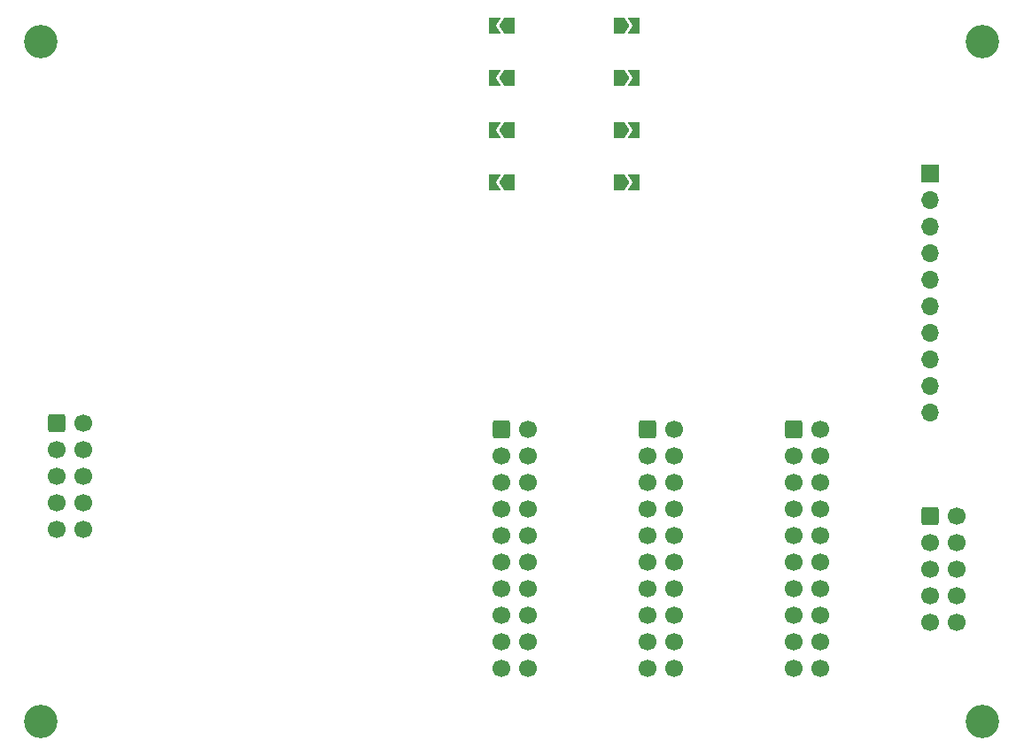
<source format=gbr>
%TF.GenerationSoftware,KiCad,Pcbnew,9.0.6-9.0.6~ubuntu22.04.1*%
%TF.CreationDate,2026-01-07T10:52:52-05:00*%
%TF.ProjectId,Hyperdrift-Display-Controller,48797065-7264-4726-9966-742d44697370,rev?*%
%TF.SameCoordinates,Original*%
%TF.FileFunction,Soldermask,Top*%
%TF.FilePolarity,Negative*%
%FSLAX46Y46*%
G04 Gerber Fmt 4.6, Leading zero omitted, Abs format (unit mm)*
G04 Created by KiCad (PCBNEW 9.0.6-9.0.6~ubuntu22.04.1) date 2026-01-07 10:52:52*
%MOMM*%
%LPD*%
G01*
G04 APERTURE LIST*
G04 Aperture macros list*
%AMRoundRect*
0 Rectangle with rounded corners*
0 $1 Rounding radius*
0 $2 $3 $4 $5 $6 $7 $8 $9 X,Y pos of 4 corners*
0 Add a 4 corners polygon primitive as box body*
4,1,4,$2,$3,$4,$5,$6,$7,$8,$9,$2,$3,0*
0 Add four circle primitives for the rounded corners*
1,1,$1+$1,$2,$3*
1,1,$1+$1,$4,$5*
1,1,$1+$1,$6,$7*
1,1,$1+$1,$8,$9*
0 Add four rect primitives between the rounded corners*
20,1,$1+$1,$2,$3,$4,$5,0*
20,1,$1+$1,$4,$5,$6,$7,0*
20,1,$1+$1,$6,$7,$8,$9,0*
20,1,$1+$1,$8,$9,$2,$3,0*%
%AMFreePoly0*
4,1,6,1.000000,0.000000,0.500000,-0.750000,-0.500000,-0.750000,-0.500000,0.750000,0.500000,0.750000,1.000000,0.000000,1.000000,0.000000,$1*%
%AMFreePoly1*
4,1,6,0.500000,-0.750000,-0.650000,-0.750000,-0.150000,0.000000,-0.650000,0.750000,0.500000,0.750000,0.500000,-0.750000,0.500000,-0.750000,$1*%
G04 Aperture macros list end*
%ADD10FreePoly0,0.000000*%
%ADD11FreePoly1,0.000000*%
%ADD12FreePoly0,180.000000*%
%ADD13FreePoly1,180.000000*%
%ADD14RoundRect,0.250000X-0.600000X-0.600000X0.600000X-0.600000X0.600000X0.600000X-0.600000X0.600000X0*%
%ADD15C,1.700000*%
%ADD16C,3.200000*%
%ADD17R,1.700000X1.700000*%
%ADD18O,1.700000X1.700000*%
G04 APERTURE END LIST*
D10*
%TO.C,JP7*%
X139275000Y-60000000D03*
D11*
X140725000Y-60000000D03*
%TD*%
D12*
%TO.C,JP2*%
X128725000Y-55000000D03*
D13*
X127275000Y-55000000D03*
%TD*%
D10*
%TO.C,JP5*%
X139275000Y-50000000D03*
D11*
X140725000Y-50000000D03*
%TD*%
D14*
%TO.C,J1*%
X128000000Y-88620000D03*
D15*
X130540000Y-88620000D03*
X128000000Y-91160000D03*
X130540000Y-91160000D03*
X128000000Y-93700000D03*
X130540000Y-93700000D03*
X128000000Y-96240000D03*
X130540000Y-96240000D03*
X128000000Y-98780000D03*
X130540000Y-98780000D03*
X128000000Y-101320000D03*
X130540000Y-101320000D03*
X128000000Y-103860000D03*
X130540000Y-103860000D03*
X128000000Y-106400000D03*
X130540000Y-106400000D03*
X128000000Y-108940000D03*
X130540000Y-108940000D03*
X128000000Y-111480000D03*
X130540000Y-111480000D03*
%TD*%
D16*
%TO.C,H1*%
X84000000Y-51500000D03*
%TD*%
D14*
%TO.C,J4*%
X85500000Y-88000000D03*
D15*
X88040000Y-88000000D03*
X85500000Y-90540000D03*
X88040000Y-90540000D03*
X85500000Y-93080000D03*
X88040000Y-93080000D03*
X85500000Y-95620000D03*
X88040000Y-95620000D03*
X85500000Y-98160000D03*
X88040000Y-98160000D03*
%TD*%
D16*
%TO.C,H3*%
X174000000Y-116500000D03*
%TD*%
D12*
%TO.C,JP3*%
X128725000Y-60000000D03*
D13*
X127275000Y-60000000D03*
%TD*%
D17*
%TO.C,J6*%
X169000000Y-64140000D03*
D18*
X169000000Y-66680000D03*
X169000000Y-69220000D03*
X169000000Y-71760000D03*
X169000000Y-74300000D03*
X169000000Y-76840000D03*
X169000000Y-79380000D03*
X169000000Y-81920000D03*
X169000000Y-84460000D03*
X169000000Y-87000000D03*
%TD*%
D10*
%TO.C,JP8*%
X139275000Y-65000000D03*
D11*
X140725000Y-65000000D03*
%TD*%
D12*
%TO.C,JP4*%
X128725000Y-65000000D03*
D13*
X127275000Y-65000000D03*
%TD*%
D14*
%TO.C,J2*%
X141960000Y-88620000D03*
D15*
X144500000Y-88620000D03*
X141960000Y-91160000D03*
X144500000Y-91160000D03*
X141960000Y-93700000D03*
X144500000Y-93700000D03*
X141960000Y-96240000D03*
X144500000Y-96240000D03*
X141960000Y-98780000D03*
X144500000Y-98780000D03*
X141960000Y-101320000D03*
X144500000Y-101320000D03*
X141960000Y-103860000D03*
X144500000Y-103860000D03*
X141960000Y-106400000D03*
X144500000Y-106400000D03*
X141960000Y-108940000D03*
X144500000Y-108940000D03*
X141960000Y-111480000D03*
X144500000Y-111480000D03*
%TD*%
D16*
%TO.C,H2*%
X174000000Y-51500000D03*
%TD*%
D10*
%TO.C,JP6*%
X139275000Y-55000000D03*
D11*
X140725000Y-55000000D03*
%TD*%
D14*
%TO.C,J5*%
X169000000Y-96840000D03*
D15*
X171540000Y-96840000D03*
X169000000Y-99380000D03*
X171540000Y-99380000D03*
X169000000Y-101920000D03*
X171540000Y-101920000D03*
X169000000Y-104460000D03*
X171540000Y-104460000D03*
X169000000Y-107000000D03*
X171540000Y-107000000D03*
%TD*%
D14*
%TO.C,J3*%
X155960000Y-88620000D03*
D15*
X158500000Y-88620000D03*
X155960000Y-91160000D03*
X158500000Y-91160000D03*
X155960000Y-93700000D03*
X158500000Y-93700000D03*
X155960000Y-96240000D03*
X158500000Y-96240000D03*
X155960000Y-98780000D03*
X158500000Y-98780000D03*
X155960000Y-101320000D03*
X158500000Y-101320000D03*
X155960000Y-103860000D03*
X158500000Y-103860000D03*
X155960000Y-106400000D03*
X158500000Y-106400000D03*
X155960000Y-108940000D03*
X158500000Y-108940000D03*
X155960000Y-111480000D03*
X158500000Y-111480000D03*
%TD*%
D16*
%TO.C,H4*%
X84000000Y-116500000D03*
%TD*%
D12*
%TO.C,JP1*%
X128725000Y-50000000D03*
D13*
X127275000Y-50000000D03*
%TD*%
M02*

</source>
